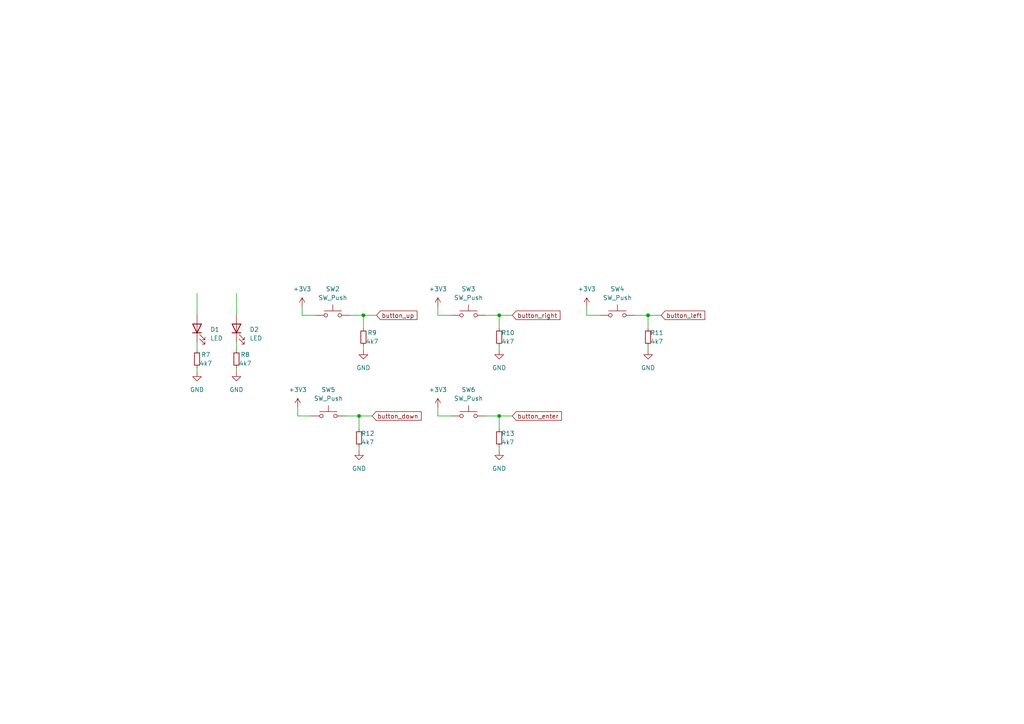
<source format=kicad_sch>
(kicad_sch (version 20230121) (generator eeschema)
  (paper "A4")
  (lib_symbols
    (symbol "Device:LED" (pin_numbers hide) (pin_names (offset 1.016) hide)
      (property "Reference" "D" (at 0 2.54 0))
      (property "Value" "LED" (at 0 -2.54 0))
      (symbol "LED_0_1"
        (polyline (pts (xy -1.27 -1.27) (xy -1.27 1.27)) (stroke (width 0.254)))
        (polyline (pts (xy -1.27 0) (xy 1.27 0)))
        (polyline (pts (xy 1.27 -1.27) (xy 1.27 1.27) (xy -1.27 0) (xy 1.27 -1.27)) (stroke (width 0.254)))
        (polyline (pts (xy -3.048 -0.762) (xy -4.572 -2.286) (xy -3.81 -2.286) (xy -4.572 -2.286) (xy -4.572 -1.524)))
        (polyline (pts (xy -1.778 -0.762) (xy -3.302 -2.286) (xy -2.54 -2.286) (xy -3.302 -2.286) (xy -3.302 -1.524)))
      )
      (symbol "LED_1_1"
        (pin passive line (at -3.81 0 0) (length 2.54) (name "K") (number "1"))
        (pin passive line (at 3.81 0 180) (length 2.54) (name "A") (number "2"))
      )
    )
    (symbol "Device:R_Small" (pin_numbers hide) (pin_names (offset 0.254) hide)
      (property "Reference" "R" (at 0.762 0.508 0))
      (property "Value" "R_Small" (at 0.762 -1.016 0))
      (symbol "R_Small_0_1"
        (rectangle (start -0.762 1.778) (end 0.762 -1.778) (stroke (width 0.2032)))
      )
      (symbol "R_Small_1_1"
        (pin passive line (at 0 2.54 270) (length 0.762) (name "~") (number "1"))
        (pin passive line (at 0 -2.54 90) (length 0.762) (name "~") (number "2"))
      )
    )
    (symbol "Switch:SW_Push" (pin_numbers hide) (pin_names (offset 1.016) hide)
      (property "Reference" "SW" (at 1.27 2.54 0))
      (property "Value" "SW_Push" (at 0 -1.524 0))
      (symbol "SW_Push_0_1"
        (circle (center -2.032 0) (radius 0.508))
        (polyline (pts (xy 0 1.27) (xy 0 3.048)))
        (polyline (pts (xy 2.54 1.27) (xy -2.54 1.27)))
        (circle (center 2.032 0) (radius 0.508))
        (pin passive line (at -5.08 0 0) (length 2.54) (name "1") (number "1"))
        (pin passive line (at 5.08 0 180) (length 2.54) (name "2") (number "2"))
      )
    )
    (symbol "power:+3V3" (power) (pin_names (offset 0))
      (property "Value" "+3V3" (at 0 3.556 0))
      (symbol "+3V3_0_1"
        (polyline (pts (xy -0.762 1.27) (xy 0 2.54)))
        (polyline (pts (xy 0 0) (xy 0 2.54)))
        (polyline (pts (xy 0 2.54) (xy 0.762 1.27)))
      )
      (symbol "+3V3_1_1"
        (pin power_in line (at 0 0 90) (length 0) hide (name "+3V3") (number "1"))
      )
    )
    (symbol "power:GND" (power) (pin_names (offset 0))
      (property "Value" "GND" (at 0 -3.81 0))
      (symbol "GND_0_1"
        (polyline (pts (xy 0 0) (xy 0 -1.27) (xy 1.27 -1.27) (xy 0 -2.54) (xy -1.27 -1.27) (xy 0 -1.27)))
      )
      (symbol "GND_1_1"
        (pin power_in line (at 0 0 270) (length 0) hide (name "GND") (number "1"))
      )
    )
  )
  (junction (at 144.78 91.44))
  (junction (at 144.78 120.65))
  (junction (at 187.96 91.44))
  (junction (at 104.14 120.65))
  (junction (at 105.41 91.44))
  (wire (pts (xy 127 88.9) (xy 127 91.44)))
  (wire (pts (xy 127 91.44) (xy 130.81 91.44)))
  (wire (pts (xy 100.33 120.65) (xy 104.14 120.65)))
  (wire (pts (xy 105.41 95.25) (xy 105.41 91.44)))
  (wire (pts (xy 144.78 91.44) (xy 148.59 91.44)))
  (wire (pts (xy 187.96 91.44) (xy 191.77 91.44)))
  (wire (pts (xy 170.18 88.9) (xy 170.18 91.44)))
  (wire (pts (xy 57.15 85.09) (xy 57.15 91.44)))
  (wire (pts (xy 187.96 100.33) (xy 187.96 101.6)))
  (wire (pts (xy 68.58 99.06) (xy 68.58 101.6)))
  (wire (pts (xy 101.6 91.44) (xy 105.41 91.44)))
  (wire (pts (xy 86.36 118.11) (xy 86.36 120.65)))
  (wire (pts (xy 68.58 85.09) (xy 68.58 91.44)))
  (wire (pts (xy 57.15 99.06) (xy 57.15 101.6)))
  (wire (pts (xy 127 118.11) (xy 127 120.65)))
  (wire (pts (xy 105.41 91.44) (xy 109.22 91.44)))
  (wire (pts (xy 127 120.65) (xy 130.81 120.65)))
  (wire (pts (xy 68.58 106.68) (xy 68.58 107.95)))
  (wire (pts (xy 104.14 120.65) (xy 107.95 120.65)))
  (wire (pts (xy 187.96 95.25) (xy 187.96 91.44)))
  (wire (pts (xy 87.63 88.9) (xy 87.63 91.44)))
  (wire (pts (xy 144.78 95.25) (xy 144.78 91.44)))
  (wire (pts (xy 140.97 91.44) (xy 144.78 91.44)))
  (wire (pts (xy 104.14 129.54) (xy 104.14 130.81)))
  (wire (pts (xy 57.15 106.68) (xy 57.15 107.95)))
  (wire (pts (xy 87.63 91.44) (xy 91.44 91.44)))
  (wire (pts (xy 104.14 124.46) (xy 104.14 120.65)))
  (wire (pts (xy 170.18 91.44) (xy 173.99 91.44)))
  (wire (pts (xy 105.41 100.33) (xy 105.41 101.6)))
  (wire (pts (xy 144.78 124.46) (xy 144.78 120.65)))
  (wire (pts (xy 144.78 100.33) (xy 144.78 101.6)))
  (wire (pts (xy 86.36 120.65) (xy 90.17 120.65)))
  (wire (pts (xy 144.78 129.54) (xy 144.78 130.81)))
  (wire (pts (xy 140.97 120.65) (xy 144.78 120.65)))
  (wire (pts (xy 144.78 120.65) (xy 148.59 120.65)))
  (wire (pts (xy 184.15 91.44) (xy 187.96 91.44)))
  (global_label "button_down" (shape input) (at 107.95 120.65 0) (property "Intersheetrefs" "${INTERSHEET_REFS}" (effects hide)))
  (global_label "button_enter" (shape input) (at 148.59 120.65 0) (property "Intersheetrefs" "${INTERSHEET_REFS}" (effects hide)))
  (global_label "button_up" (shape input) (at 109.22 91.44 0) (property "Intersheetrefs" "${INTERSHEET_REFS}" (effects hide)))
  (global_label "button_left" (shape input) (at 191.77 91.44 0) (property "Intersheetrefs" "${INTERSHEET_REFS}" (effects hide)))
  (global_label "button_right" (shape input) (at 148.59 91.44 0) (property "Intersheetrefs" "${INTERSHEET_REFS}" (effects hide)))
  (symbol (lib_id "Switch:SW_Push") (at 135.89 91.44 0) (unit 1)
    (property "Reference" "SW3" (at 135.89 83.82 0))
    (property "Value" "SW_Push" (at 135.89 86.36 0))
    (property "Footprint" "Button_Switch_SMD:SW_Push_1P1T_NO_6x6mm_H9.5mm" (effects hide))
    (property "JLCPCB Part #" "C455109" (effects hide))
  )
  (symbol (lib_id "Switch:SW_Push") (at 95.25 120.65 0) (unit 1)
    (property "Reference" "SW5" (at 95.25 113.03 0))
    (property "Value" "SW_Push" (at 95.25 115.57 0))
    (property "Footprint" "Button_Switch_SMD:SW_Push_1P1T_NO_6x6mm_H9.5mm" (effects hide))
    (property "JLCPCB Part #" "C455109" (effects hide))
  )
  (symbol (lib_id "Device:R_Small") (at 57.15 104.14 180) (unit 1)
    (property "Reference" "R7" (at 59.69 102.87 0))
    (property "Value" "4k7" (at 59.69 105.41 0))
    (property "Footprint" "Resistor_SMD:R_0603_1608Metric" (effects hide))
  )
  (symbol (lib_id "power:GND") (at 104.14 130.81 0) (unit 1)
    (property "Reference" "#PWR029" (effects hide))
    (property "Value" "GND" (at 104.14 135.89 0))
  )
  (symbol (lib_id "power:+3V3") (at 127 118.11 0) (unit 1)
    (property "Reference" "#PWR030" (effects hide))
    (property "Value" "+3V3" (at 127 113.03 0))
  )
  (symbol (lib_id "power:GND") (at 144.78 101.6 0) (unit 1)
    (property "Reference" "#PWR025" (effects hide))
    (property "Value" "GND" (at 144.78 106.68 0))
  )
  (symbol (lib_id "Device:R_Small") (at 104.14 127 180) (unit 1)
    (property "Reference" "R12" (at 106.68 125.73 0))
    (property "Value" "4k7" (at 106.68 128.27 0))
    (property "Footprint" "Resistor_SMD:R_0603_1608Metric" (effects hide))
  )
  (symbol (lib_id "power:+3V3") (at 87.63 88.9 0) (unit 1)
    (property "Reference" "#PWR023" (effects hide))
    (property "Value" "+3V3" (at 87.63 83.82 0))
  )
  (symbol (lib_id "Device:LED") (at 57.15 95.25 90) (unit 1)
    (property "Reference" "D1" (at 60.96 95.5675 90) (effects (justify right)))
    (property "Value" "LED" (at 60.96 98.1075 90) (effects (justify right)))
    (property "Footprint" "LED_SMD:LED_0603_1608Metric" (effects hide))
  )
  (symbol (lib_id "power:GND") (at 187.96 101.6 0) (unit 1)
    (property "Reference" "#PWR027" (effects hide))
    (property "Value" "GND" (at 187.96 106.68 0))
  )
  (symbol (lib_id "power:+3V3") (at 127 88.9 0) (unit 1)
    (property "Reference" "#PWR024" (effects hide))
    (property "Value" "+3V3" (at 127 83.82 0))
  )
  (symbol (lib_id "power:GND") (at 105.41 101.6 0) (unit 1)
    (property "Reference" "#PWR022" (effects hide))
    (property "Value" "GND" (at 105.41 106.68 0))
  )
  (symbol (lib_id "power:GND") (at 57.15 107.95 0) (unit 1)
    (property "Reference" "#PWR019" (effects hide))
    (property "Value" "GND" (at 57.15 113.03 0))
  )
  (symbol (lib_id "Device:R_Small") (at 144.78 127 180) (unit 1)
    (property "Reference" "R13" (at 147.32 125.73 0))
    (property "Value" "4k7" (at 147.32 128.27 0))
    (property "Footprint" "Resistor_SMD:R_0603_1608Metric" (effects hide))
  )
  (symbol (lib_id "Device:R_Small") (at 105.41 97.79 180) (unit 1)
    (property "Reference" "R9" (at 107.95 96.52 0))
    (property "Value" "4k7" (at 107.95 99.06 0))
    (property "Footprint" "Resistor_SMD:R_0603_1608Metric" (effects hide))
  )
  (symbol (lib_id "Device:LED") (at 68.58 95.25 90) (unit 1)
    (property "Reference" "D2" (at 72.39 95.5675 90) (effects (justify right)))
    (property "Value" "LED" (at 72.39 98.1075 90) (effects (justify right)))
    (property "Footprint" "LED_SMD:LED_0603_1608Metric" (effects hide))
  )
  (symbol (lib_id "Switch:SW_Push") (at 135.89 120.65 0) (unit 1)
    (property "Reference" "SW6" (at 135.89 113.03 0))
    (property "Value" "SW_Push" (at 135.89 115.57 0))
    (property "Footprint" "Button_Switch_SMD:SW_Push_1P1T_NO_6x6mm_H9.5mm" (effects hide))
    (property "JLCPCB Part #" "C455109" (effects hide))
  )
  (symbol (lib_id "power:GND") (at 144.78 130.81 0) (unit 1)
    (property "Reference" "#PWR031" (effects hide))
    (property "Value" "GND" (at 144.78 135.89 0))
  )
  (symbol (lib_id "Device:R_Small") (at 187.96 97.79 180) (unit 1)
    (property "Reference" "R11" (at 190.5 96.52 0))
    (property "Value" "4k7" (at 190.5 99.06 0))
    (property "Footprint" "Resistor_SMD:R_0603_1608Metric" (effects hide))
  )
  (symbol (lib_id "Switch:SW_Push") (at 96.52 91.44 0) (unit 1)
    (property "Reference" "SW2" (at 96.52 83.82 0))
    (property "Value" "SW_Push" (at 96.52 86.36 0))
    (property "Footprint" "Button_Switch_SMD:SW_Push_1P1T_NO_6x6mm_H9.5mm" (effects hide))
    (property "JLCPCB Part #" "C455109" (effects hide))
  )
  (symbol (lib_id "power:+3V3") (at 170.18 88.9 0) (unit 1)
    (property "Reference" "#PWR026" (effects hide))
    (property "Value" "+3V3" (at 170.18 83.82 0))
  )
  (symbol (lib_id "Switch:SW_Push") (at 179.07 91.44 0) (unit 1)
    (property "Reference" "SW4" (at 179.07 83.82 0))
    (property "Value" "SW_Push" (at 179.07 86.36 0))
    (property "Footprint" "Button_Switch_SMD:SW_Push_1P1T_NO_6x6mm_H9.5mm" (effects hide))
    (property "JLCPCB Part #" "C455109" (effects hide))
  )
  (symbol (lib_id "Device:R_Small") (at 68.58 104.14 180) (unit 1)
    (property "Reference" "R8" (at 71.12 102.87 0))
    (property "Value" "4k7" (at 71.12 105.41 0))
    (property "Footprint" "Resistor_SMD:R_0603_1608Metric" (effects hide))
  )
  (symbol (lib_id "power:+3V3") (at 86.36 118.11 0) (unit 1)
    (property "Reference" "#PWR028" (effects hide))
    (property "Value" "+3V3" (at 86.36 113.03 0))
  )
  (symbol (lib_id "power:GND") (at 68.58 107.95 0) (unit 1)
    (property "Reference" "#PWR021" (effects hide))
    (property "Value" "GND" (at 68.58 113.03 0))
  )
  (symbol (lib_id "Device:R_Small") (at 144.78 97.79 180) (unit 1)
    (property "Reference" "R10" (at 147.32 96.52 0))
    (property "Value" "4k7" (at 147.32 99.06 0))
    (property "Footprint" "Resistor_SMD:R_0603_1608Metric" (effects hide))
  )
)
</source>
